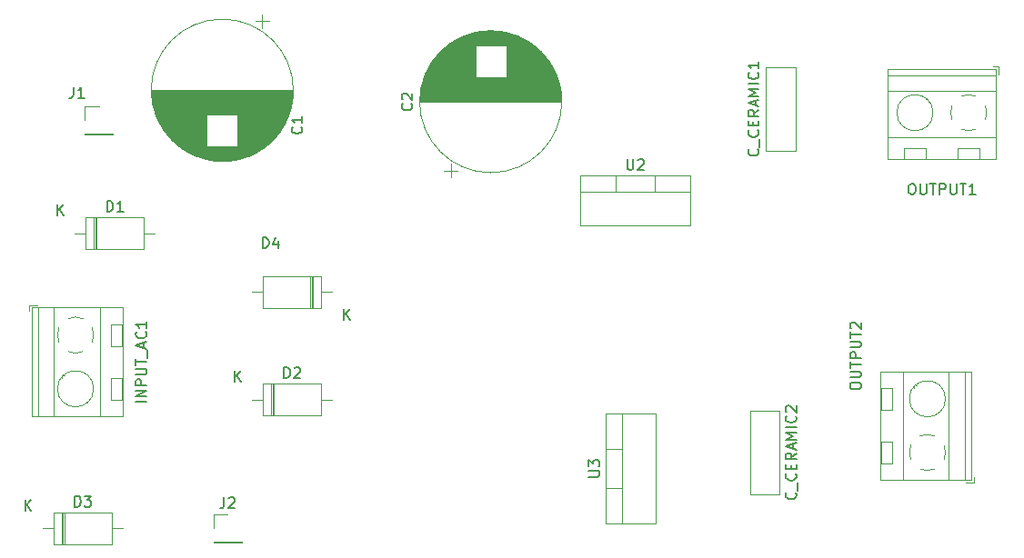
<source format=gbr>
%TF.GenerationSoftware,KiCad,Pcbnew,8.0.9*%
%TF.CreationDate,2025-08-13T21:21:24+02:00*%
%TF.ProjectId,regulateur_tension,72656775-6c61-4746-9575-725f74656e73,rev?*%
%TF.SameCoordinates,Original*%
%TF.FileFunction,Legend,Top*%
%TF.FilePolarity,Positive*%
%FSLAX46Y46*%
G04 Gerber Fmt 4.6, Leading zero omitted, Abs format (unit mm)*
G04 Created by KiCad (PCBNEW 8.0.9) date 2025-08-13 21:21:24*
%MOMM*%
%LPD*%
G01*
G04 APERTURE LIST*
%ADD10C,0.150000*%
%ADD11C,0.120000*%
G04 APERTURE END LIST*
D10*
X94629819Y-82261904D02*
X95439342Y-82261904D01*
X95439342Y-82261904D02*
X95534580Y-82214285D01*
X95534580Y-82214285D02*
X95582200Y-82166666D01*
X95582200Y-82166666D02*
X95629819Y-82071428D01*
X95629819Y-82071428D02*
X95629819Y-81880952D01*
X95629819Y-81880952D02*
X95582200Y-81785714D01*
X95582200Y-81785714D02*
X95534580Y-81738095D01*
X95534580Y-81738095D02*
X95439342Y-81690476D01*
X95439342Y-81690476D02*
X94629819Y-81690476D01*
X94629819Y-81309523D02*
X94629819Y-80690476D01*
X94629819Y-80690476D02*
X95010771Y-81023809D01*
X95010771Y-81023809D02*
X95010771Y-80880952D01*
X95010771Y-80880952D02*
X95058390Y-80785714D01*
X95058390Y-80785714D02*
X95106009Y-80738095D01*
X95106009Y-80738095D02*
X95201247Y-80690476D01*
X95201247Y-80690476D02*
X95439342Y-80690476D01*
X95439342Y-80690476D02*
X95534580Y-80738095D01*
X95534580Y-80738095D02*
X95582200Y-80785714D01*
X95582200Y-80785714D02*
X95629819Y-80880952D01*
X95629819Y-80880952D02*
X95629819Y-81166666D01*
X95629819Y-81166666D02*
X95582200Y-81261904D01*
X95582200Y-81261904D02*
X95534580Y-81309523D01*
X98198095Y-52684819D02*
X98198095Y-53494342D01*
X98198095Y-53494342D02*
X98245714Y-53589580D01*
X98245714Y-53589580D02*
X98293333Y-53637200D01*
X98293333Y-53637200D02*
X98388571Y-53684819D01*
X98388571Y-53684819D02*
X98579047Y-53684819D01*
X98579047Y-53684819D02*
X98674285Y-53637200D01*
X98674285Y-53637200D02*
X98721904Y-53589580D01*
X98721904Y-53589580D02*
X98769523Y-53494342D01*
X98769523Y-53494342D02*
X98769523Y-52684819D01*
X99198095Y-52780057D02*
X99245714Y-52732438D01*
X99245714Y-52732438D02*
X99340952Y-52684819D01*
X99340952Y-52684819D02*
X99579047Y-52684819D01*
X99579047Y-52684819D02*
X99674285Y-52732438D01*
X99674285Y-52732438D02*
X99721904Y-52780057D01*
X99721904Y-52780057D02*
X99769523Y-52875295D01*
X99769523Y-52875295D02*
X99769523Y-52970533D01*
X99769523Y-52970533D02*
X99721904Y-53113390D01*
X99721904Y-53113390D02*
X99150476Y-53684819D01*
X99150476Y-53684819D02*
X99769523Y-53684819D01*
X118954819Y-73880952D02*
X118954819Y-73690476D01*
X118954819Y-73690476D02*
X119002438Y-73595238D01*
X119002438Y-73595238D02*
X119097676Y-73500000D01*
X119097676Y-73500000D02*
X119288152Y-73452381D01*
X119288152Y-73452381D02*
X119621485Y-73452381D01*
X119621485Y-73452381D02*
X119811961Y-73500000D01*
X119811961Y-73500000D02*
X119907200Y-73595238D01*
X119907200Y-73595238D02*
X119954819Y-73690476D01*
X119954819Y-73690476D02*
X119954819Y-73880952D01*
X119954819Y-73880952D02*
X119907200Y-73976190D01*
X119907200Y-73976190D02*
X119811961Y-74071428D01*
X119811961Y-74071428D02*
X119621485Y-74119047D01*
X119621485Y-74119047D02*
X119288152Y-74119047D01*
X119288152Y-74119047D02*
X119097676Y-74071428D01*
X119097676Y-74071428D02*
X119002438Y-73976190D01*
X119002438Y-73976190D02*
X118954819Y-73880952D01*
X118954819Y-73023809D02*
X119764342Y-73023809D01*
X119764342Y-73023809D02*
X119859580Y-72976190D01*
X119859580Y-72976190D02*
X119907200Y-72928571D01*
X119907200Y-72928571D02*
X119954819Y-72833333D01*
X119954819Y-72833333D02*
X119954819Y-72642857D01*
X119954819Y-72642857D02*
X119907200Y-72547619D01*
X119907200Y-72547619D02*
X119859580Y-72500000D01*
X119859580Y-72500000D02*
X119764342Y-72452381D01*
X119764342Y-72452381D02*
X118954819Y-72452381D01*
X118954819Y-72119047D02*
X118954819Y-71547619D01*
X119954819Y-71833333D02*
X118954819Y-71833333D01*
X119954819Y-71214285D02*
X118954819Y-71214285D01*
X118954819Y-71214285D02*
X118954819Y-70833333D01*
X118954819Y-70833333D02*
X119002438Y-70738095D01*
X119002438Y-70738095D02*
X119050057Y-70690476D01*
X119050057Y-70690476D02*
X119145295Y-70642857D01*
X119145295Y-70642857D02*
X119288152Y-70642857D01*
X119288152Y-70642857D02*
X119383390Y-70690476D01*
X119383390Y-70690476D02*
X119431009Y-70738095D01*
X119431009Y-70738095D02*
X119478628Y-70833333D01*
X119478628Y-70833333D02*
X119478628Y-71214285D01*
X118954819Y-70214285D02*
X119764342Y-70214285D01*
X119764342Y-70214285D02*
X119859580Y-70166666D01*
X119859580Y-70166666D02*
X119907200Y-70119047D01*
X119907200Y-70119047D02*
X119954819Y-70023809D01*
X119954819Y-70023809D02*
X119954819Y-69833333D01*
X119954819Y-69833333D02*
X119907200Y-69738095D01*
X119907200Y-69738095D02*
X119859580Y-69690476D01*
X119859580Y-69690476D02*
X119764342Y-69642857D01*
X119764342Y-69642857D02*
X118954819Y-69642857D01*
X118954819Y-69309523D02*
X118954819Y-68738095D01*
X119954819Y-69023809D02*
X118954819Y-69023809D01*
X119050057Y-68452380D02*
X119002438Y-68404761D01*
X119002438Y-68404761D02*
X118954819Y-68309523D01*
X118954819Y-68309523D02*
X118954819Y-68071428D01*
X118954819Y-68071428D02*
X119002438Y-67976190D01*
X119002438Y-67976190D02*
X119050057Y-67928571D01*
X119050057Y-67928571D02*
X119145295Y-67880952D01*
X119145295Y-67880952D02*
X119240533Y-67880952D01*
X119240533Y-67880952D02*
X119383390Y-67928571D01*
X119383390Y-67928571D02*
X119954819Y-68499999D01*
X119954819Y-68499999D02*
X119954819Y-67880952D01*
X124619047Y-54954819D02*
X124809523Y-54954819D01*
X124809523Y-54954819D02*
X124904761Y-55002438D01*
X124904761Y-55002438D02*
X124999999Y-55097676D01*
X124999999Y-55097676D02*
X125047618Y-55288152D01*
X125047618Y-55288152D02*
X125047618Y-55621485D01*
X125047618Y-55621485D02*
X124999999Y-55811961D01*
X124999999Y-55811961D02*
X124904761Y-55907200D01*
X124904761Y-55907200D02*
X124809523Y-55954819D01*
X124809523Y-55954819D02*
X124619047Y-55954819D01*
X124619047Y-55954819D02*
X124523809Y-55907200D01*
X124523809Y-55907200D02*
X124428571Y-55811961D01*
X124428571Y-55811961D02*
X124380952Y-55621485D01*
X124380952Y-55621485D02*
X124380952Y-55288152D01*
X124380952Y-55288152D02*
X124428571Y-55097676D01*
X124428571Y-55097676D02*
X124523809Y-55002438D01*
X124523809Y-55002438D02*
X124619047Y-54954819D01*
X125476190Y-54954819D02*
X125476190Y-55764342D01*
X125476190Y-55764342D02*
X125523809Y-55859580D01*
X125523809Y-55859580D02*
X125571428Y-55907200D01*
X125571428Y-55907200D02*
X125666666Y-55954819D01*
X125666666Y-55954819D02*
X125857142Y-55954819D01*
X125857142Y-55954819D02*
X125952380Y-55907200D01*
X125952380Y-55907200D02*
X125999999Y-55859580D01*
X125999999Y-55859580D02*
X126047618Y-55764342D01*
X126047618Y-55764342D02*
X126047618Y-54954819D01*
X126380952Y-54954819D02*
X126952380Y-54954819D01*
X126666666Y-55954819D02*
X126666666Y-54954819D01*
X127285714Y-55954819D02*
X127285714Y-54954819D01*
X127285714Y-54954819D02*
X127666666Y-54954819D01*
X127666666Y-54954819D02*
X127761904Y-55002438D01*
X127761904Y-55002438D02*
X127809523Y-55050057D01*
X127809523Y-55050057D02*
X127857142Y-55145295D01*
X127857142Y-55145295D02*
X127857142Y-55288152D01*
X127857142Y-55288152D02*
X127809523Y-55383390D01*
X127809523Y-55383390D02*
X127761904Y-55431009D01*
X127761904Y-55431009D02*
X127666666Y-55478628D01*
X127666666Y-55478628D02*
X127285714Y-55478628D01*
X128285714Y-54954819D02*
X128285714Y-55764342D01*
X128285714Y-55764342D02*
X128333333Y-55859580D01*
X128333333Y-55859580D02*
X128380952Y-55907200D01*
X128380952Y-55907200D02*
X128476190Y-55954819D01*
X128476190Y-55954819D02*
X128666666Y-55954819D01*
X128666666Y-55954819D02*
X128761904Y-55907200D01*
X128761904Y-55907200D02*
X128809523Y-55859580D01*
X128809523Y-55859580D02*
X128857142Y-55764342D01*
X128857142Y-55764342D02*
X128857142Y-54954819D01*
X129190476Y-54954819D02*
X129761904Y-54954819D01*
X129476190Y-55954819D02*
X129476190Y-54954819D01*
X130619047Y-55954819D02*
X130047619Y-55954819D01*
X130333333Y-55954819D02*
X130333333Y-54954819D01*
X130333333Y-54954819D02*
X130238095Y-55097676D01*
X130238095Y-55097676D02*
X130142857Y-55192914D01*
X130142857Y-55192914D02*
X130047619Y-55240533D01*
X60666666Y-84190034D02*
X60666666Y-84904319D01*
X60666666Y-84904319D02*
X60619047Y-85047176D01*
X60619047Y-85047176D02*
X60523809Y-85142415D01*
X60523809Y-85142415D02*
X60380952Y-85190034D01*
X60380952Y-85190034D02*
X60285714Y-85190034D01*
X61095238Y-84285272D02*
X61142857Y-84237653D01*
X61142857Y-84237653D02*
X61238095Y-84190034D01*
X61238095Y-84190034D02*
X61476190Y-84190034D01*
X61476190Y-84190034D02*
X61571428Y-84237653D01*
X61571428Y-84237653D02*
X61619047Y-84285272D01*
X61619047Y-84285272D02*
X61666666Y-84380510D01*
X61666666Y-84380510D02*
X61666666Y-84475748D01*
X61666666Y-84475748D02*
X61619047Y-84618605D01*
X61619047Y-84618605D02*
X61047619Y-85190034D01*
X61047619Y-85190034D02*
X61666666Y-85190034D01*
X46666666Y-45954819D02*
X46666666Y-46669104D01*
X46666666Y-46669104D02*
X46619047Y-46811961D01*
X46619047Y-46811961D02*
X46523809Y-46907200D01*
X46523809Y-46907200D02*
X46380952Y-46954819D01*
X46380952Y-46954819D02*
X46285714Y-46954819D01*
X47666666Y-46954819D02*
X47095238Y-46954819D01*
X47380952Y-46954819D02*
X47380952Y-45954819D01*
X47380952Y-45954819D02*
X47285714Y-46097676D01*
X47285714Y-46097676D02*
X47190476Y-46192914D01*
X47190476Y-46192914D02*
X47095238Y-46240533D01*
X53454819Y-75279500D02*
X52454819Y-75279500D01*
X53454819Y-74803310D02*
X52454819Y-74803310D01*
X52454819Y-74803310D02*
X53454819Y-74231882D01*
X53454819Y-74231882D02*
X52454819Y-74231882D01*
X53454819Y-73755691D02*
X52454819Y-73755691D01*
X52454819Y-73755691D02*
X52454819Y-73374739D01*
X52454819Y-73374739D02*
X52502438Y-73279501D01*
X52502438Y-73279501D02*
X52550057Y-73231882D01*
X52550057Y-73231882D02*
X52645295Y-73184263D01*
X52645295Y-73184263D02*
X52788152Y-73184263D01*
X52788152Y-73184263D02*
X52883390Y-73231882D01*
X52883390Y-73231882D02*
X52931009Y-73279501D01*
X52931009Y-73279501D02*
X52978628Y-73374739D01*
X52978628Y-73374739D02*
X52978628Y-73755691D01*
X52454819Y-72755691D02*
X53264342Y-72755691D01*
X53264342Y-72755691D02*
X53359580Y-72708072D01*
X53359580Y-72708072D02*
X53407200Y-72660453D01*
X53407200Y-72660453D02*
X53454819Y-72565215D01*
X53454819Y-72565215D02*
X53454819Y-72374739D01*
X53454819Y-72374739D02*
X53407200Y-72279501D01*
X53407200Y-72279501D02*
X53359580Y-72231882D01*
X53359580Y-72231882D02*
X53264342Y-72184263D01*
X53264342Y-72184263D02*
X52454819Y-72184263D01*
X52454819Y-71850929D02*
X52454819Y-71279501D01*
X53454819Y-71565215D02*
X52454819Y-71565215D01*
X53550057Y-71184263D02*
X53550057Y-70422358D01*
X53169104Y-70231881D02*
X53169104Y-69755691D01*
X53454819Y-70327119D02*
X52454819Y-69993786D01*
X52454819Y-69993786D02*
X53454819Y-69660453D01*
X53359580Y-68755691D02*
X53407200Y-68803310D01*
X53407200Y-68803310D02*
X53454819Y-68946167D01*
X53454819Y-68946167D02*
X53454819Y-69041405D01*
X53454819Y-69041405D02*
X53407200Y-69184262D01*
X53407200Y-69184262D02*
X53311961Y-69279500D01*
X53311961Y-69279500D02*
X53216723Y-69327119D01*
X53216723Y-69327119D02*
X53026247Y-69374738D01*
X53026247Y-69374738D02*
X52883390Y-69374738D01*
X52883390Y-69374738D02*
X52692914Y-69327119D01*
X52692914Y-69327119D02*
X52597676Y-69279500D01*
X52597676Y-69279500D02*
X52502438Y-69184262D01*
X52502438Y-69184262D02*
X52454819Y-69041405D01*
X52454819Y-69041405D02*
X52454819Y-68946167D01*
X52454819Y-68946167D02*
X52502438Y-68803310D01*
X52502438Y-68803310D02*
X52550057Y-68755691D01*
X53454819Y-67803310D02*
X53454819Y-68374738D01*
X53454819Y-68089024D02*
X52454819Y-68089024D01*
X52454819Y-68089024D02*
X52597676Y-68184262D01*
X52597676Y-68184262D02*
X52692914Y-68279500D01*
X52692914Y-68279500D02*
X52740533Y-68374738D01*
X64261905Y-60954819D02*
X64261905Y-59954819D01*
X64261905Y-59954819D02*
X64500000Y-59954819D01*
X64500000Y-59954819D02*
X64642857Y-60002438D01*
X64642857Y-60002438D02*
X64738095Y-60097676D01*
X64738095Y-60097676D02*
X64785714Y-60192914D01*
X64785714Y-60192914D02*
X64833333Y-60383390D01*
X64833333Y-60383390D02*
X64833333Y-60526247D01*
X64833333Y-60526247D02*
X64785714Y-60716723D01*
X64785714Y-60716723D02*
X64738095Y-60811961D01*
X64738095Y-60811961D02*
X64642857Y-60907200D01*
X64642857Y-60907200D02*
X64500000Y-60954819D01*
X64500000Y-60954819D02*
X64261905Y-60954819D01*
X65690476Y-60288152D02*
X65690476Y-60954819D01*
X65452381Y-59907200D02*
X65214286Y-60621485D01*
X65214286Y-60621485D02*
X65833333Y-60621485D01*
X71818095Y-67620034D02*
X71818095Y-66620034D01*
X72389523Y-67620034D02*
X71960952Y-67048605D01*
X72389523Y-66620034D02*
X71818095Y-67191462D01*
X46761905Y-85050034D02*
X46761905Y-84050034D01*
X46761905Y-84050034D02*
X47000000Y-84050034D01*
X47000000Y-84050034D02*
X47142857Y-84097653D01*
X47142857Y-84097653D02*
X47238095Y-84192891D01*
X47238095Y-84192891D02*
X47285714Y-84288129D01*
X47285714Y-84288129D02*
X47333333Y-84478605D01*
X47333333Y-84478605D02*
X47333333Y-84621462D01*
X47333333Y-84621462D02*
X47285714Y-84811938D01*
X47285714Y-84811938D02*
X47238095Y-84907176D01*
X47238095Y-84907176D02*
X47142857Y-85002415D01*
X47142857Y-85002415D02*
X47000000Y-85050034D01*
X47000000Y-85050034D02*
X46761905Y-85050034D01*
X47666667Y-84050034D02*
X48285714Y-84050034D01*
X48285714Y-84050034D02*
X47952381Y-84430986D01*
X47952381Y-84430986D02*
X48095238Y-84430986D01*
X48095238Y-84430986D02*
X48190476Y-84478605D01*
X48190476Y-84478605D02*
X48238095Y-84526224D01*
X48238095Y-84526224D02*
X48285714Y-84621462D01*
X48285714Y-84621462D02*
X48285714Y-84859557D01*
X48285714Y-84859557D02*
X48238095Y-84954795D01*
X48238095Y-84954795D02*
X48190476Y-85002415D01*
X48190476Y-85002415D02*
X48095238Y-85050034D01*
X48095238Y-85050034D02*
X47809524Y-85050034D01*
X47809524Y-85050034D02*
X47714286Y-85002415D01*
X47714286Y-85002415D02*
X47666667Y-84954795D01*
X42158095Y-85420034D02*
X42158095Y-84420034D01*
X42729523Y-85420034D02*
X42300952Y-84848605D01*
X42729523Y-84420034D02*
X42158095Y-84991462D01*
X66261905Y-73050034D02*
X66261905Y-72050034D01*
X66261905Y-72050034D02*
X66500000Y-72050034D01*
X66500000Y-72050034D02*
X66642857Y-72097653D01*
X66642857Y-72097653D02*
X66738095Y-72192891D01*
X66738095Y-72192891D02*
X66785714Y-72288129D01*
X66785714Y-72288129D02*
X66833333Y-72478605D01*
X66833333Y-72478605D02*
X66833333Y-72621462D01*
X66833333Y-72621462D02*
X66785714Y-72811938D01*
X66785714Y-72811938D02*
X66738095Y-72907176D01*
X66738095Y-72907176D02*
X66642857Y-73002415D01*
X66642857Y-73002415D02*
X66500000Y-73050034D01*
X66500000Y-73050034D02*
X66261905Y-73050034D01*
X67214286Y-72145272D02*
X67261905Y-72097653D01*
X67261905Y-72097653D02*
X67357143Y-72050034D01*
X67357143Y-72050034D02*
X67595238Y-72050034D01*
X67595238Y-72050034D02*
X67690476Y-72097653D01*
X67690476Y-72097653D02*
X67738095Y-72145272D01*
X67738095Y-72145272D02*
X67785714Y-72240510D01*
X67785714Y-72240510D02*
X67785714Y-72335748D01*
X67785714Y-72335748D02*
X67738095Y-72478605D01*
X67738095Y-72478605D02*
X67166667Y-73050034D01*
X67166667Y-73050034D02*
X67785714Y-73050034D01*
X61658095Y-73420034D02*
X61658095Y-72420034D01*
X62229523Y-73420034D02*
X61800952Y-72848605D01*
X62229523Y-72420034D02*
X61658095Y-72991462D01*
X49761905Y-57550034D02*
X49761905Y-56550034D01*
X49761905Y-56550034D02*
X50000000Y-56550034D01*
X50000000Y-56550034D02*
X50142857Y-56597653D01*
X50142857Y-56597653D02*
X50238095Y-56692891D01*
X50238095Y-56692891D02*
X50285714Y-56788129D01*
X50285714Y-56788129D02*
X50333333Y-56978605D01*
X50333333Y-56978605D02*
X50333333Y-57121462D01*
X50333333Y-57121462D02*
X50285714Y-57311938D01*
X50285714Y-57311938D02*
X50238095Y-57407176D01*
X50238095Y-57407176D02*
X50142857Y-57502415D01*
X50142857Y-57502415D02*
X50000000Y-57550034D01*
X50000000Y-57550034D02*
X49761905Y-57550034D01*
X51285714Y-57550034D02*
X50714286Y-57550034D01*
X51000000Y-57550034D02*
X51000000Y-56550034D01*
X51000000Y-56550034D02*
X50904762Y-56692891D01*
X50904762Y-56692891D02*
X50809524Y-56788129D01*
X50809524Y-56788129D02*
X50714286Y-56835748D01*
X45158095Y-57920034D02*
X45158095Y-56920034D01*
X45729523Y-57920034D02*
X45300952Y-57348605D01*
X45729523Y-56920034D02*
X45158095Y-57491462D01*
X113859580Y-83738095D02*
X113907200Y-83785714D01*
X113907200Y-83785714D02*
X113954819Y-83928571D01*
X113954819Y-83928571D02*
X113954819Y-84023809D01*
X113954819Y-84023809D02*
X113907200Y-84166666D01*
X113907200Y-84166666D02*
X113811961Y-84261904D01*
X113811961Y-84261904D02*
X113716723Y-84309523D01*
X113716723Y-84309523D02*
X113526247Y-84357142D01*
X113526247Y-84357142D02*
X113383390Y-84357142D01*
X113383390Y-84357142D02*
X113192914Y-84309523D01*
X113192914Y-84309523D02*
X113097676Y-84261904D01*
X113097676Y-84261904D02*
X113002438Y-84166666D01*
X113002438Y-84166666D02*
X112954819Y-84023809D01*
X112954819Y-84023809D02*
X112954819Y-83928571D01*
X112954819Y-83928571D02*
X113002438Y-83785714D01*
X113002438Y-83785714D02*
X113050057Y-83738095D01*
X114050057Y-83547619D02*
X114050057Y-82785714D01*
X113859580Y-81976190D02*
X113907200Y-82023809D01*
X113907200Y-82023809D02*
X113954819Y-82166666D01*
X113954819Y-82166666D02*
X113954819Y-82261904D01*
X113954819Y-82261904D02*
X113907200Y-82404761D01*
X113907200Y-82404761D02*
X113811961Y-82499999D01*
X113811961Y-82499999D02*
X113716723Y-82547618D01*
X113716723Y-82547618D02*
X113526247Y-82595237D01*
X113526247Y-82595237D02*
X113383390Y-82595237D01*
X113383390Y-82595237D02*
X113192914Y-82547618D01*
X113192914Y-82547618D02*
X113097676Y-82499999D01*
X113097676Y-82499999D02*
X113002438Y-82404761D01*
X113002438Y-82404761D02*
X112954819Y-82261904D01*
X112954819Y-82261904D02*
X112954819Y-82166666D01*
X112954819Y-82166666D02*
X113002438Y-82023809D01*
X113002438Y-82023809D02*
X113050057Y-81976190D01*
X113431009Y-81547618D02*
X113431009Y-81214285D01*
X113954819Y-81071428D02*
X113954819Y-81547618D01*
X113954819Y-81547618D02*
X112954819Y-81547618D01*
X112954819Y-81547618D02*
X112954819Y-81071428D01*
X113954819Y-80071428D02*
X113478628Y-80404761D01*
X113954819Y-80642856D02*
X112954819Y-80642856D01*
X112954819Y-80642856D02*
X112954819Y-80261904D01*
X112954819Y-80261904D02*
X113002438Y-80166666D01*
X113002438Y-80166666D02*
X113050057Y-80119047D01*
X113050057Y-80119047D02*
X113145295Y-80071428D01*
X113145295Y-80071428D02*
X113288152Y-80071428D01*
X113288152Y-80071428D02*
X113383390Y-80119047D01*
X113383390Y-80119047D02*
X113431009Y-80166666D01*
X113431009Y-80166666D02*
X113478628Y-80261904D01*
X113478628Y-80261904D02*
X113478628Y-80642856D01*
X113669104Y-79690475D02*
X113669104Y-79214285D01*
X113954819Y-79785713D02*
X112954819Y-79452380D01*
X112954819Y-79452380D02*
X113954819Y-79119047D01*
X113954819Y-78785713D02*
X112954819Y-78785713D01*
X112954819Y-78785713D02*
X113669104Y-78452380D01*
X113669104Y-78452380D02*
X112954819Y-78119047D01*
X112954819Y-78119047D02*
X113954819Y-78119047D01*
X113954819Y-77642856D02*
X112954819Y-77642856D01*
X113859580Y-76595238D02*
X113907200Y-76642857D01*
X113907200Y-76642857D02*
X113954819Y-76785714D01*
X113954819Y-76785714D02*
X113954819Y-76880952D01*
X113954819Y-76880952D02*
X113907200Y-77023809D01*
X113907200Y-77023809D02*
X113811961Y-77119047D01*
X113811961Y-77119047D02*
X113716723Y-77166666D01*
X113716723Y-77166666D02*
X113526247Y-77214285D01*
X113526247Y-77214285D02*
X113383390Y-77214285D01*
X113383390Y-77214285D02*
X113192914Y-77166666D01*
X113192914Y-77166666D02*
X113097676Y-77119047D01*
X113097676Y-77119047D02*
X113002438Y-77023809D01*
X113002438Y-77023809D02*
X112954819Y-76880952D01*
X112954819Y-76880952D02*
X112954819Y-76785714D01*
X112954819Y-76785714D02*
X113002438Y-76642857D01*
X113002438Y-76642857D02*
X113050057Y-76595238D01*
X113050057Y-76214285D02*
X113002438Y-76166666D01*
X113002438Y-76166666D02*
X112954819Y-76071428D01*
X112954819Y-76071428D02*
X112954819Y-75833333D01*
X112954819Y-75833333D02*
X113002438Y-75738095D01*
X113002438Y-75738095D02*
X113050057Y-75690476D01*
X113050057Y-75690476D02*
X113145295Y-75642857D01*
X113145295Y-75642857D02*
X113240533Y-75642857D01*
X113240533Y-75642857D02*
X113383390Y-75690476D01*
X113383390Y-75690476D02*
X113954819Y-76261904D01*
X113954819Y-76261904D02*
X113954819Y-75642857D01*
X110359580Y-51738095D02*
X110407200Y-51785714D01*
X110407200Y-51785714D02*
X110454819Y-51928571D01*
X110454819Y-51928571D02*
X110454819Y-52023809D01*
X110454819Y-52023809D02*
X110407200Y-52166666D01*
X110407200Y-52166666D02*
X110311961Y-52261904D01*
X110311961Y-52261904D02*
X110216723Y-52309523D01*
X110216723Y-52309523D02*
X110026247Y-52357142D01*
X110026247Y-52357142D02*
X109883390Y-52357142D01*
X109883390Y-52357142D02*
X109692914Y-52309523D01*
X109692914Y-52309523D02*
X109597676Y-52261904D01*
X109597676Y-52261904D02*
X109502438Y-52166666D01*
X109502438Y-52166666D02*
X109454819Y-52023809D01*
X109454819Y-52023809D02*
X109454819Y-51928571D01*
X109454819Y-51928571D02*
X109502438Y-51785714D01*
X109502438Y-51785714D02*
X109550057Y-51738095D01*
X110550057Y-51547619D02*
X110550057Y-50785714D01*
X110359580Y-49976190D02*
X110407200Y-50023809D01*
X110407200Y-50023809D02*
X110454819Y-50166666D01*
X110454819Y-50166666D02*
X110454819Y-50261904D01*
X110454819Y-50261904D02*
X110407200Y-50404761D01*
X110407200Y-50404761D02*
X110311961Y-50499999D01*
X110311961Y-50499999D02*
X110216723Y-50547618D01*
X110216723Y-50547618D02*
X110026247Y-50595237D01*
X110026247Y-50595237D02*
X109883390Y-50595237D01*
X109883390Y-50595237D02*
X109692914Y-50547618D01*
X109692914Y-50547618D02*
X109597676Y-50499999D01*
X109597676Y-50499999D02*
X109502438Y-50404761D01*
X109502438Y-50404761D02*
X109454819Y-50261904D01*
X109454819Y-50261904D02*
X109454819Y-50166666D01*
X109454819Y-50166666D02*
X109502438Y-50023809D01*
X109502438Y-50023809D02*
X109550057Y-49976190D01*
X109931009Y-49547618D02*
X109931009Y-49214285D01*
X110454819Y-49071428D02*
X110454819Y-49547618D01*
X110454819Y-49547618D02*
X109454819Y-49547618D01*
X109454819Y-49547618D02*
X109454819Y-49071428D01*
X110454819Y-48071428D02*
X109978628Y-48404761D01*
X110454819Y-48642856D02*
X109454819Y-48642856D01*
X109454819Y-48642856D02*
X109454819Y-48261904D01*
X109454819Y-48261904D02*
X109502438Y-48166666D01*
X109502438Y-48166666D02*
X109550057Y-48119047D01*
X109550057Y-48119047D02*
X109645295Y-48071428D01*
X109645295Y-48071428D02*
X109788152Y-48071428D01*
X109788152Y-48071428D02*
X109883390Y-48119047D01*
X109883390Y-48119047D02*
X109931009Y-48166666D01*
X109931009Y-48166666D02*
X109978628Y-48261904D01*
X109978628Y-48261904D02*
X109978628Y-48642856D01*
X110169104Y-47690475D02*
X110169104Y-47214285D01*
X110454819Y-47785713D02*
X109454819Y-47452380D01*
X109454819Y-47452380D02*
X110454819Y-47119047D01*
X110454819Y-46785713D02*
X109454819Y-46785713D01*
X109454819Y-46785713D02*
X110169104Y-46452380D01*
X110169104Y-46452380D02*
X109454819Y-46119047D01*
X109454819Y-46119047D02*
X110454819Y-46119047D01*
X110454819Y-45642856D02*
X109454819Y-45642856D01*
X110359580Y-44595238D02*
X110407200Y-44642857D01*
X110407200Y-44642857D02*
X110454819Y-44785714D01*
X110454819Y-44785714D02*
X110454819Y-44880952D01*
X110454819Y-44880952D02*
X110407200Y-45023809D01*
X110407200Y-45023809D02*
X110311961Y-45119047D01*
X110311961Y-45119047D02*
X110216723Y-45166666D01*
X110216723Y-45166666D02*
X110026247Y-45214285D01*
X110026247Y-45214285D02*
X109883390Y-45214285D01*
X109883390Y-45214285D02*
X109692914Y-45166666D01*
X109692914Y-45166666D02*
X109597676Y-45119047D01*
X109597676Y-45119047D02*
X109502438Y-45023809D01*
X109502438Y-45023809D02*
X109454819Y-44880952D01*
X109454819Y-44880952D02*
X109454819Y-44785714D01*
X109454819Y-44785714D02*
X109502438Y-44642857D01*
X109502438Y-44642857D02*
X109550057Y-44595238D01*
X110454819Y-43642857D02*
X110454819Y-44214285D01*
X110454819Y-43928571D02*
X109454819Y-43928571D01*
X109454819Y-43928571D02*
X109597676Y-44023809D01*
X109597676Y-44023809D02*
X109692914Y-44119047D01*
X109692914Y-44119047D02*
X109740533Y-44214285D01*
X78109580Y-47481882D02*
X78157200Y-47529501D01*
X78157200Y-47529501D02*
X78204819Y-47672358D01*
X78204819Y-47672358D02*
X78204819Y-47767596D01*
X78204819Y-47767596D02*
X78157200Y-47910453D01*
X78157200Y-47910453D02*
X78061961Y-48005691D01*
X78061961Y-48005691D02*
X77966723Y-48053310D01*
X77966723Y-48053310D02*
X77776247Y-48100929D01*
X77776247Y-48100929D02*
X77633390Y-48100929D01*
X77633390Y-48100929D02*
X77442914Y-48053310D01*
X77442914Y-48053310D02*
X77347676Y-48005691D01*
X77347676Y-48005691D02*
X77252438Y-47910453D01*
X77252438Y-47910453D02*
X77204819Y-47767596D01*
X77204819Y-47767596D02*
X77204819Y-47672358D01*
X77204819Y-47672358D02*
X77252438Y-47529501D01*
X77252438Y-47529501D02*
X77300057Y-47481882D01*
X77300057Y-47100929D02*
X77252438Y-47053310D01*
X77252438Y-47053310D02*
X77204819Y-46958072D01*
X77204819Y-46958072D02*
X77204819Y-46719977D01*
X77204819Y-46719977D02*
X77252438Y-46624739D01*
X77252438Y-46624739D02*
X77300057Y-46577120D01*
X77300057Y-46577120D02*
X77395295Y-46529501D01*
X77395295Y-46529501D02*
X77490533Y-46529501D01*
X77490533Y-46529501D02*
X77633390Y-46577120D01*
X77633390Y-46577120D02*
X78204819Y-47148548D01*
X78204819Y-47148548D02*
X78204819Y-46529501D01*
X67859580Y-49666666D02*
X67907200Y-49714285D01*
X67907200Y-49714285D02*
X67954819Y-49857142D01*
X67954819Y-49857142D02*
X67954819Y-49952380D01*
X67954819Y-49952380D02*
X67907200Y-50095237D01*
X67907200Y-50095237D02*
X67811961Y-50190475D01*
X67811961Y-50190475D02*
X67716723Y-50238094D01*
X67716723Y-50238094D02*
X67526247Y-50285713D01*
X67526247Y-50285713D02*
X67383390Y-50285713D01*
X67383390Y-50285713D02*
X67192914Y-50238094D01*
X67192914Y-50238094D02*
X67097676Y-50190475D01*
X67097676Y-50190475D02*
X67002438Y-50095237D01*
X67002438Y-50095237D02*
X66954819Y-49952380D01*
X66954819Y-49952380D02*
X66954819Y-49857142D01*
X66954819Y-49857142D02*
X67002438Y-49714285D01*
X67002438Y-49714285D02*
X67050057Y-49666666D01*
X67954819Y-48714285D02*
X67954819Y-49285713D01*
X67954819Y-48999999D02*
X66954819Y-48999999D01*
X66954819Y-48999999D02*
X67097676Y-49095237D01*
X67097676Y-49095237D02*
X67192914Y-49190475D01*
X67192914Y-49190475D02*
X67240533Y-49285713D01*
D11*
%TO.C,U3*%
X96175000Y-76380000D02*
X100816000Y-76380000D01*
X96175000Y-79649000D02*
X97685000Y-79649000D01*
X96175000Y-83350000D02*
X97685000Y-83350000D01*
X100816000Y-86620000D02*
X100816000Y-76380000D01*
X97685000Y-86620000D02*
X97685000Y-76380000D01*
X96175000Y-86620000D02*
X96175000Y-76380000D01*
X96175000Y-86620000D02*
X100816000Y-86620000D01*
%TO.C,U2*%
X93840000Y-54230000D02*
X93840000Y-58871000D01*
X93840000Y-54230000D02*
X104080000Y-54230000D01*
X93840000Y-55740000D02*
X104080000Y-55740000D01*
X93840000Y-58871000D02*
X104080000Y-58871000D01*
X97110000Y-54230000D02*
X97110000Y-55740000D01*
X100811000Y-54230000D02*
X100811000Y-55740000D01*
X104080000Y-54230000D02*
X104080000Y-58871000D01*
%TO.C,OUTPUT2*%
X129715000Y-82800000D02*
X130455000Y-82800000D01*
X130455000Y-82800000D02*
X130455000Y-82300000D01*
X121795000Y-82560000D02*
X130215000Y-82560000D01*
X121795000Y-82560000D02*
X121795000Y-72440000D01*
X123854000Y-82560000D02*
X123854000Y-72440000D01*
X128155000Y-82560000D02*
X128155000Y-72440000D01*
X129655000Y-82560000D02*
X129655000Y-72440000D01*
X130215000Y-82560000D02*
X130215000Y-72440000D01*
X121855000Y-81000000D02*
X122855000Y-81000000D01*
X121855000Y-81000000D02*
X121855000Y-79000000D01*
X122855000Y-81000000D02*
X122855000Y-79000000D01*
X121855000Y-79000000D02*
X122855000Y-79000000D01*
X127178000Y-76227000D02*
X127224000Y-76274000D01*
X127394000Y-76034000D02*
X127429000Y-76069000D01*
X121855000Y-76000000D02*
X122855000Y-76000000D01*
X121855000Y-76000000D02*
X121855000Y-74000000D01*
X122855000Y-76000000D02*
X122855000Y-74000000D01*
X121855000Y-74000000D02*
X122855000Y-74000000D01*
X124880000Y-73930000D02*
X124916000Y-73965000D01*
X125086000Y-73725000D02*
X125132000Y-73772000D01*
X121795000Y-72440000D02*
X130215000Y-72440000D01*
X126838042Y-81535427D02*
G75*
G02*
X125471000Y-81535000I-683041J1535420D01*
G01*
X124619573Y-80683042D02*
G75*
G02*
X124620000Y-79316000I1535420J683041D01*
G01*
X127835253Y-79971195D02*
G75*
G02*
X127690000Y-80684000I-1680254J-28806D01*
G01*
X127689756Y-79316682D02*
G75*
G02*
X127835000Y-80000000I-1534756J-683318D01*
G01*
X125471958Y-78464573D02*
G75*
G02*
X126839000Y-78465000I683042J-1535427D01*
G01*
X127835000Y-75000000D02*
G75*
G02*
X124475000Y-75000000I-1680000J0D01*
G01*
X124475000Y-75000000D02*
G75*
G02*
X127835000Y-75000000I1680000J0D01*
G01*
%TO.C,OUTPUT1*%
X132800000Y-44785000D02*
X132800000Y-44045000D01*
X132800000Y-44045000D02*
X132300000Y-44045000D01*
X132560000Y-52705000D02*
X132560000Y-44285000D01*
X132560000Y-52705000D02*
X122440000Y-52705000D01*
X132560000Y-50646000D02*
X122440000Y-50646000D01*
X132560000Y-46345000D02*
X122440000Y-46345000D01*
X132560000Y-44845000D02*
X122440000Y-44845000D01*
X132560000Y-44285000D02*
X122440000Y-44285000D01*
X131000000Y-52645000D02*
X131000000Y-51645000D01*
X131000000Y-52645000D02*
X129000000Y-52645000D01*
X131000000Y-51645000D02*
X129000000Y-51645000D01*
X129000000Y-52645000D02*
X129000000Y-51645000D01*
X126227000Y-47322000D02*
X126274000Y-47276000D01*
X126034000Y-47106000D02*
X126069000Y-47071000D01*
X126000000Y-52645000D02*
X126000000Y-51645000D01*
X126000000Y-52645000D02*
X124000000Y-52645000D01*
X126000000Y-51645000D02*
X124000000Y-51645000D01*
X124000000Y-52645000D02*
X124000000Y-51645000D01*
X123930000Y-49620000D02*
X123965000Y-49584000D01*
X123725000Y-49414000D02*
X123772000Y-49368000D01*
X122440000Y-52705000D02*
X122440000Y-44285000D01*
X131535427Y-47661958D02*
G75*
G02*
X131535000Y-49029000I-1535420J-683041D01*
G01*
X130683042Y-49880427D02*
G75*
G02*
X129316000Y-49880000I-683041J1535420D01*
G01*
X129971195Y-46664747D02*
G75*
G02*
X130684000Y-46810000I28806J-1680254D01*
G01*
X129316682Y-46810244D02*
G75*
G02*
X130000000Y-46665000I683318J-1534756D01*
G01*
X128464573Y-49028042D02*
G75*
G02*
X128465000Y-47661000I1535427J683042D01*
G01*
X126680000Y-48345000D02*
G75*
G02*
X123320000Y-48345000I-1680000J0D01*
G01*
X123320000Y-48345000D02*
G75*
G02*
X126680000Y-48345000I1680000J0D01*
G01*
%TO.C,J2*%
X59670000Y-85735215D02*
X61000000Y-85735215D01*
X59670000Y-87065215D02*
X59670000Y-85735215D01*
X59670000Y-88335215D02*
X59670000Y-88395215D01*
X59670000Y-88335215D02*
X62330000Y-88335215D01*
X59670000Y-88395215D02*
X62330000Y-88395215D01*
X62330000Y-88335215D02*
X62330000Y-88395215D01*
%TO.C,J1*%
X50330000Y-50335215D02*
X50330000Y-50395215D01*
X47670000Y-50395215D02*
X50330000Y-50395215D01*
X47670000Y-50335215D02*
X50330000Y-50335215D01*
X47670000Y-50335215D02*
X47670000Y-50395215D01*
X47670000Y-49065215D02*
X47670000Y-47735215D01*
X47670000Y-47735215D02*
X49000000Y-47735215D01*
%TO.C,INPUT_AC1*%
X43285000Y-66265215D02*
X42545000Y-66265215D01*
X42545000Y-66265215D02*
X42545000Y-66765215D01*
X51205000Y-66505215D02*
X42785000Y-66505215D01*
X51205000Y-66505215D02*
X51205000Y-76625215D01*
X49146000Y-66505215D02*
X49146000Y-76625215D01*
X44845000Y-66505215D02*
X44845000Y-76625215D01*
X43345000Y-66505215D02*
X43345000Y-76625215D01*
X42785000Y-66505215D02*
X42785000Y-76625215D01*
X51145000Y-68065215D02*
X50145000Y-68065215D01*
X51145000Y-68065215D02*
X51145000Y-70065215D01*
X50145000Y-68065215D02*
X50145000Y-70065215D01*
X51145000Y-70065215D02*
X50145000Y-70065215D01*
X45822000Y-72838215D02*
X45776000Y-72791215D01*
X45606000Y-73031215D02*
X45571000Y-72996215D01*
X51145000Y-73065215D02*
X50145000Y-73065215D01*
X51145000Y-73065215D02*
X51145000Y-75065215D01*
X50145000Y-73065215D02*
X50145000Y-75065215D01*
X51145000Y-75065215D02*
X50145000Y-75065215D01*
X48120000Y-75135215D02*
X48084000Y-75100215D01*
X47914000Y-75340215D02*
X47868000Y-75293215D01*
X51205000Y-76625215D02*
X42785000Y-76625215D01*
X46161958Y-67529788D02*
G75*
G02*
X47529000Y-67530215I683041J-1535420D01*
G01*
X48380427Y-68382173D02*
G75*
G02*
X48380000Y-69749215I-1535420J-683041D01*
G01*
X45164747Y-69094020D02*
G75*
G02*
X45310000Y-68381215I1680254J28806D01*
G01*
X45310244Y-69748533D02*
G75*
G02*
X45165000Y-69065215I1534756J683318D01*
G01*
X47528042Y-70600642D02*
G75*
G02*
X46161000Y-70600215I-683042J1535427D01*
G01*
X48525000Y-74065215D02*
G75*
G02*
X45165000Y-74065215I-1680000J0D01*
G01*
X45165000Y-74065215D02*
G75*
G02*
X48525000Y-74065215I1680000J0D01*
G01*
%TO.C,D4*%
X70740000Y-65065215D02*
X69720000Y-65065215D01*
X69720000Y-66535215D02*
X69720000Y-63595215D01*
X69720000Y-63595215D02*
X64280000Y-63595215D01*
X68940000Y-66535215D02*
X68940000Y-63595215D01*
X68820000Y-66535215D02*
X68820000Y-63595215D01*
X68700000Y-66535215D02*
X68700000Y-63595215D01*
X64280000Y-66535215D02*
X69720000Y-66535215D01*
X64280000Y-63595215D02*
X64280000Y-66535215D01*
X63260000Y-65065215D02*
X64280000Y-65065215D01*
%TO.C,D3*%
X43760000Y-87065215D02*
X44780000Y-87065215D01*
X44780000Y-85595215D02*
X44780000Y-88535215D01*
X44780000Y-88535215D02*
X50220000Y-88535215D01*
X45560000Y-85595215D02*
X45560000Y-88535215D01*
X45680000Y-85595215D02*
X45680000Y-88535215D01*
X45800000Y-85595215D02*
X45800000Y-88535215D01*
X50220000Y-85595215D02*
X44780000Y-85595215D01*
X50220000Y-88535215D02*
X50220000Y-85595215D01*
X51240000Y-87065215D02*
X50220000Y-87065215D01*
%TO.C,D2*%
X63260000Y-75065215D02*
X64280000Y-75065215D01*
X64280000Y-73595215D02*
X64280000Y-76535215D01*
X64280000Y-76535215D02*
X69720000Y-76535215D01*
X65060000Y-73595215D02*
X65060000Y-76535215D01*
X65180000Y-73595215D02*
X65180000Y-76535215D01*
X65300000Y-73595215D02*
X65300000Y-76535215D01*
X69720000Y-73595215D02*
X64280000Y-73595215D01*
X69720000Y-76535215D02*
X69720000Y-73595215D01*
X70740000Y-75065215D02*
X69720000Y-75065215D01*
%TO.C,D1*%
X46760000Y-59565215D02*
X47780000Y-59565215D01*
X47780000Y-58095215D02*
X47780000Y-61035215D01*
X47780000Y-61035215D02*
X53220000Y-61035215D01*
X48560000Y-58095215D02*
X48560000Y-61035215D01*
X48680000Y-58095215D02*
X48680000Y-61035215D01*
X48800000Y-58095215D02*
X48800000Y-61035215D01*
X53220000Y-58095215D02*
X47780000Y-58095215D01*
X53220000Y-61035215D02*
X53220000Y-58095215D01*
X54240000Y-59565215D02*
X53220000Y-59565215D01*
%TO.C,C_CERAMIC2*%
X112370000Y-76130000D02*
X109630000Y-76130000D01*
X112370000Y-76130000D02*
X112370000Y-83870000D01*
X109630000Y-76130000D02*
X109630000Y-83870000D01*
X112370000Y-83870000D02*
X109630000Y-83870000D01*
%TO.C,C_CERAMIC1*%
X111130000Y-44130000D02*
X113870000Y-44130000D01*
X113870000Y-51870000D02*
X113870000Y-44130000D01*
X111130000Y-51870000D02*
X111130000Y-44130000D01*
X111130000Y-51870000D02*
X113870000Y-51870000D01*
%TO.C,C2*%
X81785000Y-54399785D02*
X81785000Y-53099785D01*
X81135000Y-53749785D02*
X82435000Y-53749785D01*
X78920000Y-47315216D02*
X92080000Y-47315216D01*
X78920000Y-47275216D02*
X92080000Y-47275216D01*
X78920000Y-47235216D02*
X92080000Y-47235216D01*
X78921000Y-47195216D02*
X92079000Y-47195216D01*
X78921000Y-47155216D02*
X92079000Y-47155216D01*
X78923000Y-47115216D02*
X92077000Y-47115216D01*
X78924000Y-47075216D02*
X92076000Y-47075216D01*
X78925000Y-47035216D02*
X92075000Y-47035216D01*
X78927000Y-46995216D02*
X92073000Y-46995216D01*
X78929000Y-46955216D02*
X92071000Y-46955216D01*
X78932000Y-46915216D02*
X92068000Y-46915216D01*
X78934000Y-46875216D02*
X92066000Y-46875216D01*
X78937000Y-46835216D02*
X92063000Y-46835216D01*
X78940000Y-46795216D02*
X92060000Y-46795216D01*
X78943000Y-46755216D02*
X92057000Y-46755216D01*
X78947000Y-46715216D02*
X92053000Y-46715216D01*
X78951000Y-46675216D02*
X92049000Y-46675216D01*
X78955000Y-46635216D02*
X92045000Y-46635216D01*
X78959000Y-46594216D02*
X92041000Y-46594216D01*
X78963000Y-46554216D02*
X92037000Y-46554216D01*
X78968000Y-46514216D02*
X92032000Y-46514216D01*
X78973000Y-46474216D02*
X92027000Y-46474216D01*
X78978000Y-46434216D02*
X92022000Y-46434216D01*
X78984000Y-46394216D02*
X92016000Y-46394216D01*
X78989000Y-46354216D02*
X92011000Y-46354216D01*
X78995000Y-46314216D02*
X92005000Y-46314216D01*
X79002000Y-46274216D02*
X91998000Y-46274216D01*
X79008000Y-46234216D02*
X91992000Y-46234216D01*
X79015000Y-46194216D02*
X91985000Y-46194216D01*
X79022000Y-46154216D02*
X91978000Y-46154216D01*
X79029000Y-46114216D02*
X91971000Y-46114216D01*
X79037000Y-46074216D02*
X91963000Y-46074216D01*
X79044000Y-46034216D02*
X91956000Y-46034216D01*
X79052000Y-45994216D02*
X91948000Y-45994216D01*
X79061000Y-45954216D02*
X91939000Y-45954216D01*
X79069000Y-45914216D02*
X91931000Y-45914216D01*
X79078000Y-45874216D02*
X91922000Y-45874216D01*
X79087000Y-45834216D02*
X91913000Y-45834216D01*
X79096000Y-45794216D02*
X91904000Y-45794216D01*
X79106000Y-45754216D02*
X91894000Y-45754216D01*
X79116000Y-45714216D02*
X91884000Y-45714216D01*
X79126000Y-45674216D02*
X91874000Y-45674216D01*
X79136000Y-45634216D02*
X91864000Y-45634216D01*
X79147000Y-45594216D02*
X91853000Y-45594216D01*
X79158000Y-45554216D02*
X91842000Y-45554216D01*
X79169000Y-45514216D02*
X91831000Y-45514216D01*
X79180000Y-45474216D02*
X91820000Y-45474216D01*
X79192000Y-45434216D02*
X91808000Y-45434216D01*
X79204000Y-45394216D02*
X91796000Y-45394216D01*
X79216000Y-45354216D02*
X91784000Y-45354216D01*
X79229000Y-45314216D02*
X91771000Y-45314216D01*
X79242000Y-45274216D02*
X91758000Y-45274216D01*
X79255000Y-45234216D02*
X91745000Y-45234216D01*
X79268000Y-45194216D02*
X91732000Y-45194216D01*
X79282000Y-45154216D02*
X91718000Y-45154216D01*
X79296000Y-45114216D02*
X91704000Y-45114216D01*
X79310000Y-45074216D02*
X91690000Y-45074216D01*
X79325000Y-45034216D02*
X91675000Y-45034216D01*
X79339000Y-44994216D02*
X84060000Y-44994216D01*
X86940000Y-44994216D02*
X91661000Y-44994216D01*
X79354000Y-44954216D02*
X84060000Y-44954216D01*
X86940000Y-44954216D02*
X91646000Y-44954216D01*
X79370000Y-44914216D02*
X84060000Y-44914216D01*
X86940000Y-44914216D02*
X91630000Y-44914216D01*
X79386000Y-44874216D02*
X84060000Y-44874216D01*
X86940000Y-44874216D02*
X91614000Y-44874216D01*
X79402000Y-44834216D02*
X84060000Y-44834216D01*
X86940000Y-44834216D02*
X91598000Y-44834216D01*
X79418000Y-44794216D02*
X84060000Y-44794216D01*
X86940000Y-44794216D02*
X91582000Y-44794216D01*
X79435000Y-44754216D02*
X84060000Y-44754216D01*
X86940000Y-44754216D02*
X91565000Y-44754216D01*
X79451000Y-44714216D02*
X84060000Y-44714216D01*
X86940000Y-44714216D02*
X91549000Y-44714216D01*
X79469000Y-44674216D02*
X84060000Y-44674216D01*
X86940000Y-44674216D02*
X91531000Y-44674216D01*
X79486000Y-44634216D02*
X84060000Y-44634216D01*
X86940000Y-44634216D02*
X91514000Y-44634216D01*
X79504000Y-44594216D02*
X84060000Y-44594216D01*
X86940000Y-44594216D02*
X91496000Y-44594216D01*
X79522000Y-44554216D02*
X84060000Y-44554216D01*
X86940000Y-44554216D02*
X91478000Y-44554216D01*
X79541000Y-44514216D02*
X84060000Y-44514216D01*
X86940000Y-44514216D02*
X91459000Y-44514216D01*
X79560000Y-44474216D02*
X84060000Y-44474216D01*
X86940000Y-44474216D02*
X91440000Y-44474216D01*
X79579000Y-44434216D02*
X84060000Y-44434216D01*
X86940000Y-44434216D02*
X91421000Y-44434216D01*
X79598000Y-44394216D02*
X84060000Y-44394216D01*
X86940000Y-44394216D02*
X91402000Y-44394216D01*
X79618000Y-44354216D02*
X84060000Y-44354216D01*
X86940000Y-44354216D02*
X91382000Y-44354216D01*
X79638000Y-44314216D02*
X84060000Y-44314216D01*
X86940000Y-44314216D02*
X91362000Y-44314216D01*
X79659000Y-44274216D02*
X84060000Y-44274216D01*
X86940000Y-44274216D02*
X91341000Y-44274216D01*
X79680000Y-44234216D02*
X84060000Y-44234216D01*
X86940000Y-44234216D02*
X91320000Y-44234216D01*
X79701000Y-44194216D02*
X84060000Y-44194216D01*
X86940000Y-44194216D02*
X91299000Y-44194216D01*
X79722000Y-44154216D02*
X84060000Y-44154216D01*
X86940000Y-44154216D02*
X91278000Y-44154216D01*
X79744000Y-44114216D02*
X84060000Y-44114216D01*
X86940000Y-44114216D02*
X91256000Y-44114216D01*
X79767000Y-44074216D02*
X84060000Y-44074216D01*
X86940000Y-44074216D02*
X91233000Y-44074216D01*
X79789000Y-44034216D02*
X84060000Y-44034216D01*
X86940000Y-44034216D02*
X91211000Y-44034216D01*
X79812000Y-43994216D02*
X84060000Y-43994216D01*
X86940000Y-43994216D02*
X91188000Y-43994216D01*
X79836000Y-43954216D02*
X84060000Y-43954216D01*
X86940000Y-43954216D02*
X91164000Y-43954216D01*
X79859000Y-43914216D02*
X84060000Y-43914216D01*
X86940000Y-43914216D02*
X91141000Y-43914216D01*
X79883000Y-43874216D02*
X84060000Y-43874216D01*
X86940000Y-43874216D02*
X91117000Y-43874216D01*
X79908000Y-43834216D02*
X84060000Y-43834216D01*
X86940000Y-43834216D02*
X91092000Y-43834216D01*
X79933000Y-43794216D02*
X84060000Y-43794216D01*
X86940000Y-43794216D02*
X91067000Y-43794216D01*
X79958000Y-43754216D02*
X84060000Y-43754216D01*
X86940000Y-43754216D02*
X91042000Y-43754216D01*
X79984000Y-43714216D02*
X84060000Y-43714216D01*
X86940000Y-43714216D02*
X91016000Y-43714216D01*
X80010000Y-43674216D02*
X84060000Y-43674216D01*
X86940000Y-43674216D02*
X90990000Y-43674216D01*
X80037000Y-43634216D02*
X84060000Y-43634216D01*
X86940000Y-43634216D02*
X90963000Y-43634216D01*
X80064000Y-43594216D02*
X84060000Y-43594216D01*
X86940000Y-43594216D02*
X90936000Y-43594216D01*
X80091000Y-43554216D02*
X84060000Y-43554216D01*
X86940000Y-43554216D02*
X90909000Y-43554216D01*
X80119000Y-43514216D02*
X84060000Y-43514216D01*
X86940000Y-43514216D02*
X90881000Y-43514216D01*
X80147000Y-43474216D02*
X84060000Y-43474216D01*
X86940000Y-43474216D02*
X90853000Y-43474216D01*
X80176000Y-43434216D02*
X84060000Y-43434216D01*
X86940000Y-43434216D02*
X90824000Y-43434216D01*
X80205000Y-43394216D02*
X84060000Y-43394216D01*
X86940000Y-43394216D02*
X90795000Y-43394216D01*
X80235000Y-43354216D02*
X84060000Y-43354216D01*
X86940000Y-43354216D02*
X90765000Y-43354216D01*
X80265000Y-43314216D02*
X84060000Y-43314216D01*
X86940000Y-43314216D02*
X90735000Y-43314216D01*
X80295000Y-43274216D02*
X84060000Y-43274216D01*
X86940000Y-43274216D02*
X90705000Y-43274216D01*
X80326000Y-43234216D02*
X84060000Y-43234216D01*
X86940000Y-43234216D02*
X90674000Y-43234216D01*
X80358000Y-43194216D02*
X84060000Y-43194216D01*
X86940000Y-43194216D02*
X90642000Y-43194216D01*
X80390000Y-43154216D02*
X84060000Y-43154216D01*
X86940000Y-43154216D02*
X90610000Y-43154216D01*
X80422000Y-43114216D02*
X84060000Y-43114216D01*
X86940000Y-43114216D02*
X90578000Y-43114216D01*
X80456000Y-43074216D02*
X84060000Y-43074216D01*
X86940000Y-43074216D02*
X90544000Y-43074216D01*
X80489000Y-43034216D02*
X84060000Y-43034216D01*
X86940000Y-43034216D02*
X90511000Y-43034216D01*
X80523000Y-42994216D02*
X84060000Y-42994216D01*
X86940000Y-42994216D02*
X90477000Y-42994216D01*
X80558000Y-42954216D02*
X84060000Y-42954216D01*
X86940000Y-42954216D02*
X90442000Y-42954216D01*
X80593000Y-42914216D02*
X84060000Y-42914216D01*
X86940000Y-42914216D02*
X90407000Y-42914216D01*
X80629000Y-42874216D02*
X84060000Y-42874216D01*
X86940000Y-42874216D02*
X90371000Y-42874216D01*
X80666000Y-42834216D02*
X84060000Y-42834216D01*
X86940000Y-42834216D02*
X90334000Y-42834216D01*
X80703000Y-42794216D02*
X84060000Y-42794216D01*
X86940000Y-42794216D02*
X90297000Y-42794216D01*
X80740000Y-42754216D02*
X84060000Y-42754216D01*
X86940000Y-42754216D02*
X90260000Y-42754216D01*
X80779000Y-42714216D02*
X84060000Y-42714216D01*
X86940000Y-42714216D02*
X90221000Y-42714216D01*
X80818000Y-42674216D02*
X84060000Y-42674216D01*
X86940000Y-42674216D02*
X90182000Y-42674216D01*
X80857000Y-42634216D02*
X84060000Y-42634216D01*
X86940000Y-42634216D02*
X90143000Y-42634216D01*
X80898000Y-42594216D02*
X84060000Y-42594216D01*
X86940000Y-42594216D02*
X90102000Y-42594216D01*
X80939000Y-42554216D02*
X84060000Y-42554216D01*
X86940000Y-42554216D02*
X90061000Y-42554216D01*
X80981000Y-42514216D02*
X84060000Y-42514216D01*
X86940000Y-42514216D02*
X90019000Y-42514216D01*
X81023000Y-42474216D02*
X84060000Y-42474216D01*
X86940000Y-42474216D02*
X89977000Y-42474216D01*
X81066000Y-42434216D02*
X84060000Y-42434216D01*
X86940000Y-42434216D02*
X89934000Y-42434216D01*
X81110000Y-42394216D02*
X84060000Y-42394216D01*
X86940000Y-42394216D02*
X89890000Y-42394216D01*
X81155000Y-42354216D02*
X84060000Y-42354216D01*
X86940000Y-42354216D02*
X89845000Y-42354216D01*
X81201000Y-42314216D02*
X84060000Y-42314216D01*
X86940000Y-42314216D02*
X89799000Y-42314216D01*
X81247000Y-42274216D02*
X84060000Y-42274216D01*
X86940000Y-42274216D02*
X89753000Y-42274216D01*
X81295000Y-42234216D02*
X84060000Y-42234216D01*
X86940000Y-42234216D02*
X89705000Y-42234216D01*
X81343000Y-42194216D02*
X84060000Y-42194216D01*
X86940000Y-42194216D02*
X89657000Y-42194216D01*
X81392000Y-42154216D02*
X84060000Y-42154216D01*
X86940000Y-42154216D02*
X89608000Y-42154216D01*
X81443000Y-42114216D02*
X89557000Y-42114216D01*
X81494000Y-42074216D02*
X89506000Y-42074216D01*
X81546000Y-42034216D02*
X89454000Y-42034216D01*
X81600000Y-41994216D02*
X89400000Y-41994216D01*
X81654000Y-41954216D02*
X89346000Y-41954216D01*
X81710000Y-41914216D02*
X89290000Y-41914216D01*
X81767000Y-41874216D02*
X89233000Y-41874216D01*
X81825000Y-41834216D02*
X89175000Y-41834216D01*
X81885000Y-41794216D02*
X89115000Y-41794216D01*
X81946000Y-41754216D02*
X89054000Y-41754216D01*
X82009000Y-41714216D02*
X88991000Y-41714216D01*
X82073000Y-41674216D02*
X88927000Y-41674216D01*
X82139000Y-41634216D02*
X88861000Y-41634216D01*
X82207000Y-41594216D02*
X88793000Y-41594216D01*
X82277000Y-41554216D02*
X88723000Y-41554216D01*
X82348000Y-41514216D02*
X88652000Y-41514216D01*
X82422000Y-41474216D02*
X88578000Y-41474216D01*
X82498000Y-41434216D02*
X88502000Y-41434216D01*
X82577000Y-41394216D02*
X88423000Y-41394216D01*
X82658000Y-41354216D02*
X88342000Y-41354216D01*
X82742000Y-41314216D02*
X88258000Y-41314216D01*
X82830000Y-41274216D02*
X88170000Y-41274216D01*
X82921000Y-41234216D02*
X88079000Y-41234216D01*
X83016000Y-41194216D02*
X87984000Y-41194216D01*
X83115000Y-41154216D02*
X87885000Y-41154216D01*
X83219000Y-41114216D02*
X87781000Y-41114216D01*
X83329000Y-41074216D02*
X87671000Y-41074216D01*
X83445000Y-41034216D02*
X87555000Y-41034216D01*
X83569000Y-40994216D02*
X87431000Y-40994216D01*
X83702000Y-40954216D02*
X87298000Y-40954216D01*
X83847000Y-40914216D02*
X87153000Y-40914216D01*
X84006000Y-40874216D02*
X86994000Y-40874216D01*
X84185000Y-40834216D02*
X86815000Y-40834216D01*
X84393000Y-40794216D02*
X86607000Y-40794216D01*
X84650000Y-40754216D02*
X86350000Y-40754216D01*
X85025000Y-40714216D02*
X85975000Y-40714216D01*
X92120000Y-47315216D02*
G75*
G02*
X78880000Y-47315216I-6620000J0D01*
G01*
X78880000Y-47315216D02*
G75*
G02*
X92120000Y-47315216I6620000J0D01*
G01*
%TO.C,C1*%
X64215000Y-39165431D02*
X64215000Y-40465431D01*
X64865000Y-39815431D02*
X63565000Y-39815431D01*
X67080000Y-46250000D02*
X53920000Y-46250000D01*
X67080000Y-46290000D02*
X53920000Y-46290000D01*
X67080000Y-46330000D02*
X53920000Y-46330000D01*
X67079000Y-46370000D02*
X53921000Y-46370000D01*
X67079000Y-46410000D02*
X53921000Y-46410000D01*
X67077000Y-46450000D02*
X53923000Y-46450000D01*
X67076000Y-46490000D02*
X53924000Y-46490000D01*
X67075000Y-46530000D02*
X53925000Y-46530000D01*
X67073000Y-46570000D02*
X53927000Y-46570000D01*
X67071000Y-46610000D02*
X53929000Y-46610000D01*
X67068000Y-46650000D02*
X53932000Y-46650000D01*
X67066000Y-46690000D02*
X53934000Y-46690000D01*
X67063000Y-46730000D02*
X53937000Y-46730000D01*
X67060000Y-46770000D02*
X53940000Y-46770000D01*
X67057000Y-46810000D02*
X53943000Y-46810000D01*
X67053000Y-46850000D02*
X53947000Y-46850000D01*
X67049000Y-46890000D02*
X53951000Y-46890000D01*
X67045000Y-46930000D02*
X53955000Y-46930000D01*
X67041000Y-46971000D02*
X53959000Y-46971000D01*
X67037000Y-47011000D02*
X53963000Y-47011000D01*
X67032000Y-47051000D02*
X53968000Y-47051000D01*
X67027000Y-47091000D02*
X53973000Y-47091000D01*
X67022000Y-47131000D02*
X53978000Y-47131000D01*
X67016000Y-47171000D02*
X53984000Y-47171000D01*
X67011000Y-47211000D02*
X53989000Y-47211000D01*
X67005000Y-47251000D02*
X53995000Y-47251000D01*
X66998000Y-47291000D02*
X54002000Y-47291000D01*
X66992000Y-47331000D02*
X54008000Y-47331000D01*
X66985000Y-47371000D02*
X54015000Y-47371000D01*
X66978000Y-47411000D02*
X54022000Y-47411000D01*
X66971000Y-47451000D02*
X54029000Y-47451000D01*
X66963000Y-47491000D02*
X54037000Y-47491000D01*
X66956000Y-47531000D02*
X54044000Y-47531000D01*
X66948000Y-47571000D02*
X54052000Y-47571000D01*
X66939000Y-47611000D02*
X54061000Y-47611000D01*
X66931000Y-47651000D02*
X54069000Y-47651000D01*
X66922000Y-47691000D02*
X54078000Y-47691000D01*
X66913000Y-47731000D02*
X54087000Y-47731000D01*
X66904000Y-47771000D02*
X54096000Y-47771000D01*
X66894000Y-47811000D02*
X54106000Y-47811000D01*
X66884000Y-47851000D02*
X54116000Y-47851000D01*
X66874000Y-47891000D02*
X54126000Y-47891000D01*
X66864000Y-47931000D02*
X54136000Y-47931000D01*
X66853000Y-47971000D02*
X54147000Y-47971000D01*
X66842000Y-48011000D02*
X54158000Y-48011000D01*
X66831000Y-48051000D02*
X54169000Y-48051000D01*
X66820000Y-48091000D02*
X54180000Y-48091000D01*
X66808000Y-48131000D02*
X54192000Y-48131000D01*
X66796000Y-48171000D02*
X54204000Y-48171000D01*
X66784000Y-48211000D02*
X54216000Y-48211000D01*
X66771000Y-48251000D02*
X54229000Y-48251000D01*
X66758000Y-48291000D02*
X54242000Y-48291000D01*
X66745000Y-48331000D02*
X54255000Y-48331000D01*
X66732000Y-48371000D02*
X54268000Y-48371000D01*
X66718000Y-48411000D02*
X54282000Y-48411000D01*
X66704000Y-48451000D02*
X54296000Y-48451000D01*
X66690000Y-48491000D02*
X54310000Y-48491000D01*
X66675000Y-48531000D02*
X54325000Y-48531000D01*
X66661000Y-48571000D02*
X61940000Y-48571000D01*
X59060000Y-48571000D02*
X54339000Y-48571000D01*
X66646000Y-48611000D02*
X61940000Y-48611000D01*
X59060000Y-48611000D02*
X54354000Y-48611000D01*
X66630000Y-48651000D02*
X61940000Y-48651000D01*
X59060000Y-48651000D02*
X54370000Y-48651000D01*
X66614000Y-48691000D02*
X61940000Y-48691000D01*
X59060000Y-48691000D02*
X54386000Y-48691000D01*
X66598000Y-48731000D02*
X61940000Y-48731000D01*
X59060000Y-48731000D02*
X54402000Y-48731000D01*
X66582000Y-48771000D02*
X61940000Y-48771000D01*
X59060000Y-48771000D02*
X54418000Y-48771000D01*
X66565000Y-48811000D02*
X61940000Y-48811000D01*
X59060000Y-48811000D02*
X54435000Y-48811000D01*
X66549000Y-48851000D02*
X61940000Y-48851000D01*
X59060000Y-48851000D02*
X54451000Y-48851000D01*
X66531000Y-48891000D02*
X61940000Y-48891000D01*
X59060000Y-48891000D02*
X54469000Y-48891000D01*
X66514000Y-48931000D02*
X61940000Y-48931000D01*
X59060000Y-48931000D02*
X54486000Y-48931000D01*
X66496000Y-48971000D02*
X61940000Y-48971000D01*
X59060000Y-48971000D02*
X54504000Y-48971000D01*
X66478000Y-49011000D02*
X61940000Y-49011000D01*
X59060000Y-49011000D02*
X54522000Y-49011000D01*
X66459000Y-49051000D02*
X61940000Y-49051000D01*
X59060000Y-49051000D02*
X54541000Y-49051000D01*
X66440000Y-49091000D02*
X61940000Y-49091000D01*
X59060000Y-49091000D02*
X54560000Y-49091000D01*
X66421000Y-49131000D02*
X61940000Y-49131000D01*
X59060000Y-49131000D02*
X54579000Y-49131000D01*
X66402000Y-49171000D02*
X61940000Y-49171000D01*
X59060000Y-49171000D02*
X54598000Y-49171000D01*
X66382000Y-49211000D02*
X61940000Y-49211000D01*
X59060000Y-49211000D02*
X54618000Y-49211000D01*
X66362000Y-49251000D02*
X61940000Y-49251000D01*
X59060000Y-49251000D02*
X54638000Y-49251000D01*
X66341000Y-49291000D02*
X61940000Y-49291000D01*
X59060000Y-49291000D02*
X54659000Y-49291000D01*
X66320000Y-49331000D02*
X61940000Y-49331000D01*
X59060000Y-49331000D02*
X54680000Y-49331000D01*
X66299000Y-49371000D02*
X61940000Y-49371000D01*
X59060000Y-49371000D02*
X54701000Y-49371000D01*
X66278000Y-49411000D02*
X61940000Y-49411000D01*
X59060000Y-49411000D02*
X54722000Y-49411000D01*
X66256000Y-49451000D02*
X61940000Y-49451000D01*
X59060000Y-49451000D02*
X54744000Y-49451000D01*
X66233000Y-49491000D02*
X61940000Y-49491000D01*
X59060000Y-49491000D02*
X54767000Y-49491000D01*
X66211000Y-49531000D02*
X61940000Y-49531000D01*
X59060000Y-49531000D02*
X54789000Y-49531000D01*
X66188000Y-49571000D02*
X61940000Y-49571000D01*
X59060000Y-49571000D02*
X54812000Y-49571000D01*
X66164000Y-49611000D02*
X61940000Y-49611000D01*
X59060000Y-49611000D02*
X54836000Y-49611000D01*
X66141000Y-49651000D02*
X61940000Y-49651000D01*
X59060000Y-49651000D02*
X54859000Y-49651000D01*
X66117000Y-49691000D02*
X61940000Y-49691000D01*
X59060000Y-49691000D02*
X54883000Y-49691000D01*
X66092000Y-49731000D02*
X61940000Y-49731000D01*
X59060000Y-49731000D02*
X54908000Y-49731000D01*
X66067000Y-49771000D02*
X61940000Y-49771000D01*
X59060000Y-49771000D02*
X54933000Y-49771000D01*
X66042000Y-49811000D02*
X61940000Y-49811000D01*
X59060000Y-49811000D02*
X54958000Y-49811000D01*
X66016000Y-49851000D02*
X61940000Y-49851000D01*
X59060000Y-49851000D02*
X54984000Y-49851000D01*
X65990000Y-49891000D02*
X61940000Y-49891000D01*
X59060000Y-49891000D02*
X55010000Y-49891000D01*
X65963000Y-49931000D02*
X61940000Y-49931000D01*
X59060000Y-49931000D02*
X55037000Y-49931000D01*
X65936000Y-49971000D02*
X61940000Y-49971000D01*
X59060000Y-49971000D02*
X55064000Y-49971000D01*
X65909000Y-50011000D02*
X61940000Y-50011000D01*
X59060000Y-50011000D02*
X55091000Y-50011000D01*
X65881000Y-50051000D02*
X61940000Y-50051000D01*
X59060000Y-50051000D02*
X55119000Y-50051000D01*
X65853000Y-50091000D02*
X61940000Y-50091000D01*
X59060000Y-50091000D02*
X55147000Y-50091000D01*
X65824000Y-50131000D02*
X61940000Y-50131000D01*
X59060000Y-50131000D02*
X55176000Y-50131000D01*
X65795000Y-50171000D02*
X61940000Y-50171000D01*
X59060000Y-50171000D02*
X55205000Y-50171000D01*
X65765000Y-50211000D02*
X61940000Y-50211000D01*
X59060000Y-50211000D02*
X55235000Y-50211000D01*
X65735000Y-50251000D02*
X61940000Y-50251000D01*
X59060000Y-50251000D02*
X55265000Y-50251000D01*
X65705000Y-50291000D02*
X61940000Y-50291000D01*
X59060000Y-50291000D02*
X55295000Y-50291000D01*
X65674000Y-50331000D02*
X61940000Y-50331000D01*
X59060000Y-50331000D02*
X55326000Y-50331000D01*
X65642000Y-50371000D02*
X61940000Y-50371000D01*
X59060000Y-50371000D02*
X55358000Y-50371000D01*
X65610000Y-50411000D02*
X61940000Y-50411000D01*
X59060000Y-50411000D02*
X55390000Y-50411000D01*
X65578000Y-50451000D02*
X61940000Y-50451000D01*
X59060000Y-50451000D02*
X55422000Y-50451000D01*
X65544000Y-50491000D02*
X61940000Y-50491000D01*
X59060000Y-50491000D02*
X55456000Y-50491000D01*
X65511000Y-50531000D02*
X61940000Y-50531000D01*
X59060000Y-50531000D02*
X55489000Y-50531000D01*
X65477000Y-50571000D02*
X61940000Y-50571000D01*
X59060000Y-50571000D02*
X55523000Y-50571000D01*
X65442000Y-50611000D02*
X61940000Y-50611000D01*
X59060000Y-50611000D02*
X55558000Y-50611000D01*
X65407000Y-50651000D02*
X61940000Y-50651000D01*
X59060000Y-50651000D02*
X55593000Y-50651000D01*
X65371000Y-50691000D02*
X61940000Y-50691000D01*
X59060000Y-50691000D02*
X55629000Y-50691000D01*
X65334000Y-50731000D02*
X61940000Y-50731000D01*
X59060000Y-50731000D02*
X55666000Y-50731000D01*
X65297000Y-50771000D02*
X61940000Y-50771000D01*
X59060000Y-50771000D02*
X55703000Y-50771000D01*
X65260000Y-50811000D02*
X61940000Y-50811000D01*
X59060000Y-50811000D02*
X55740000Y-50811000D01*
X65221000Y-50851000D02*
X61940000Y-50851000D01*
X59060000Y-50851000D02*
X55779000Y-50851000D01*
X65182000Y-50891000D02*
X61940000Y-50891000D01*
X59060000Y-50891000D02*
X55818000Y-50891000D01*
X65143000Y-50931000D02*
X61940000Y-50931000D01*
X59060000Y-50931000D02*
X55857000Y-50931000D01*
X65102000Y-50971000D02*
X61940000Y-50971000D01*
X59060000Y-50971000D02*
X55898000Y-50971000D01*
X65061000Y-51011000D02*
X61940000Y-51011000D01*
X59060000Y-51011000D02*
X55939000Y-51011000D01*
X65019000Y-51051000D02*
X61940000Y-51051000D01*
X59060000Y-51051000D02*
X55981000Y-51051000D01*
X64977000Y-51091000D02*
X61940000Y-51091000D01*
X59060000Y-51091000D02*
X56023000Y-51091000D01*
X64934000Y-51131000D02*
X61940000Y-51131000D01*
X59060000Y-51131000D02*
X56066000Y-51131000D01*
X64890000Y-51171000D02*
X61940000Y-51171000D01*
X59060000Y-51171000D02*
X56110000Y-51171000D01*
X64845000Y-51211000D02*
X61940000Y-51211000D01*
X59060000Y-51211000D02*
X56155000Y-51211000D01*
X64799000Y-51251000D02*
X61940000Y-51251000D01*
X59060000Y-51251000D02*
X56201000Y-51251000D01*
X64753000Y-51291000D02*
X61940000Y-51291000D01*
X59060000Y-51291000D02*
X56247000Y-51291000D01*
X64705000Y-51331000D02*
X61940000Y-51331000D01*
X59060000Y-51331000D02*
X56295000Y-51331000D01*
X64657000Y-51371000D02*
X61940000Y-51371000D01*
X59060000Y-51371000D02*
X56343000Y-51371000D01*
X64608000Y-51411000D02*
X61940000Y-51411000D01*
X59060000Y-51411000D02*
X56392000Y-51411000D01*
X64557000Y-51451000D02*
X56443000Y-51451000D01*
X64506000Y-51491000D02*
X56494000Y-51491000D01*
X64454000Y-51531000D02*
X56546000Y-51531000D01*
X64400000Y-51571000D02*
X56600000Y-51571000D01*
X64346000Y-51611000D02*
X56654000Y-51611000D01*
X64290000Y-51651000D02*
X56710000Y-51651000D01*
X64233000Y-51691000D02*
X56767000Y-51691000D01*
X64175000Y-51731000D02*
X56825000Y-51731000D01*
X64115000Y-51771000D02*
X56885000Y-51771000D01*
X64054000Y-51811000D02*
X56946000Y-51811000D01*
X63991000Y-51851000D02*
X57009000Y-51851000D01*
X63927000Y-51891000D02*
X57073000Y-51891000D01*
X63861000Y-51931000D02*
X57139000Y-51931000D01*
X63793000Y-51971000D02*
X57207000Y-51971000D01*
X63723000Y-52011000D02*
X57277000Y-52011000D01*
X63652000Y-52051000D02*
X57348000Y-52051000D01*
X63578000Y-52091000D02*
X57422000Y-52091000D01*
X63502000Y-52131000D02*
X57498000Y-52131000D01*
X63423000Y-52171000D02*
X57577000Y-52171000D01*
X63342000Y-52211000D02*
X57658000Y-52211000D01*
X63258000Y-52251000D02*
X57742000Y-52251000D01*
X63170000Y-52291000D02*
X57830000Y-52291000D01*
X63079000Y-52331000D02*
X57921000Y-52331000D01*
X62984000Y-52371000D02*
X58016000Y-52371000D01*
X62885000Y-52411000D02*
X58115000Y-52411000D01*
X62781000Y-52451000D02*
X58219000Y-52451000D01*
X62671000Y-52491000D02*
X58329000Y-52491000D01*
X62555000Y-52531000D02*
X58445000Y-52531000D01*
X62431000Y-52571000D02*
X58569000Y-52571000D01*
X62298000Y-52611000D02*
X58702000Y-52611000D01*
X62153000Y-52651000D02*
X58847000Y-52651000D01*
X61994000Y-52691000D02*
X59006000Y-52691000D01*
X61815000Y-52731000D02*
X59185000Y-52731000D01*
X61607000Y-52771000D02*
X59393000Y-52771000D01*
X61350000Y-52811000D02*
X59650000Y-52811000D01*
X60975000Y-52851000D02*
X60025000Y-52851000D01*
X67120000Y-46250000D02*
G75*
G02*
X53880000Y-46250000I-6620000J0D01*
G01*
X53880000Y-46250000D02*
G75*
G02*
X67120000Y-46250000I6620000J0D01*
G01*
%TD*%
M02*

</source>
